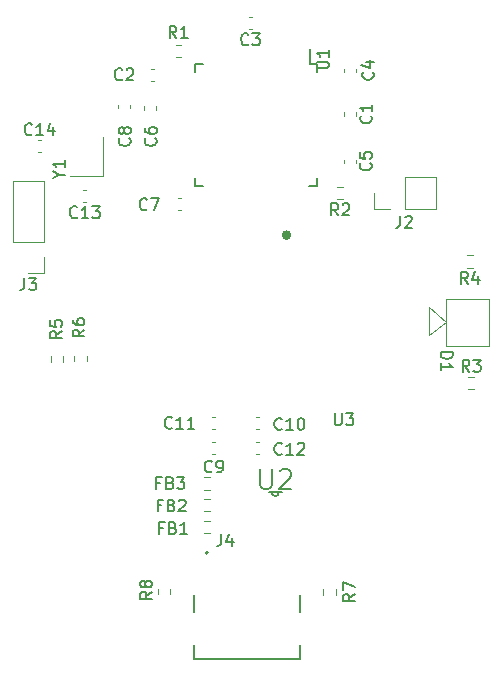
<source format=gbr>
%TF.GenerationSoftware,KiCad,Pcbnew,6.0.7-f9a2dced07~116~ubuntu20.04.1*%
%TF.CreationDate,2022-10-10T21:45:52+02:00*%
%TF.ProjectId,ploopy-nano,706c6f6f-7079-42d6-9e61-6e6f2e6b6963,rev?*%
%TF.SameCoordinates,Original*%
%TF.FileFunction,Legend,Top*%
%TF.FilePolarity,Positive*%
%FSLAX46Y46*%
G04 Gerber Fmt 4.6, Leading zero omitted, Abs format (unit mm)*
G04 Created by KiCad (PCBNEW 6.0.7-f9a2dced07~116~ubuntu20.04.1) date 2022-10-10 21:45:52*
%MOMM*%
%LPD*%
G01*
G04 APERTURE LIST*
%ADD10C,0.150000*%
%ADD11C,0.120000*%
%ADD12C,0.127000*%
%ADD13C,0.200000*%
%ADD14C,0.152400*%
%ADD15C,0.400000*%
G04 APERTURE END LIST*
D10*
%TO.C,C11*%
X141757142Y-106357142D02*
X141709523Y-106404761D01*
X141566666Y-106452380D01*
X141471428Y-106452380D01*
X141328571Y-106404761D01*
X141233333Y-106309523D01*
X141185714Y-106214285D01*
X141138095Y-106023809D01*
X141138095Y-105880952D01*
X141185714Y-105690476D01*
X141233333Y-105595238D01*
X141328571Y-105500000D01*
X141471428Y-105452380D01*
X141566666Y-105452380D01*
X141709523Y-105500000D01*
X141757142Y-105547619D01*
X142709523Y-106452380D02*
X142138095Y-106452380D01*
X142423809Y-106452380D02*
X142423809Y-105452380D01*
X142328571Y-105595238D01*
X142233333Y-105690476D01*
X142138095Y-105738095D01*
X143661904Y-106452380D02*
X143090476Y-106452380D01*
X143376190Y-106452380D02*
X143376190Y-105452380D01*
X143280952Y-105595238D01*
X143185714Y-105690476D01*
X143090476Y-105738095D01*
%TO.C,C1*%
X158587142Y-79966666D02*
X158634761Y-80014285D01*
X158682380Y-80157142D01*
X158682380Y-80252380D01*
X158634761Y-80395238D01*
X158539523Y-80490476D01*
X158444285Y-80538095D01*
X158253809Y-80585714D01*
X158110952Y-80585714D01*
X157920476Y-80538095D01*
X157825238Y-80490476D01*
X157730000Y-80395238D01*
X157682380Y-80252380D01*
X157682380Y-80157142D01*
X157730000Y-80014285D01*
X157777619Y-79966666D01*
X158682380Y-79014285D02*
X158682380Y-79585714D01*
X158682380Y-79300000D02*
X157682380Y-79300000D01*
X157825238Y-79395238D01*
X157920476Y-79490476D01*
X157968095Y-79585714D01*
%TO.C,R4*%
X166808333Y-94182380D02*
X166475000Y-93706190D01*
X166236904Y-94182380D02*
X166236904Y-93182380D01*
X166617857Y-93182380D01*
X166713095Y-93230000D01*
X166760714Y-93277619D01*
X166808333Y-93372857D01*
X166808333Y-93515714D01*
X166760714Y-93610952D01*
X166713095Y-93658571D01*
X166617857Y-93706190D01*
X166236904Y-93706190D01*
X167665476Y-93515714D02*
X167665476Y-94182380D01*
X167427380Y-93134761D02*
X167189285Y-93849047D01*
X167808333Y-93849047D01*
%TO.C,J2*%
X161066666Y-88452380D02*
X161066666Y-89166666D01*
X161019047Y-89309523D01*
X160923809Y-89404761D01*
X160780952Y-89452380D01*
X160685714Y-89452380D01*
X161495238Y-88547619D02*
X161542857Y-88500000D01*
X161638095Y-88452380D01*
X161876190Y-88452380D01*
X161971428Y-88500000D01*
X162019047Y-88547619D01*
X162066666Y-88642857D01*
X162066666Y-88738095D01*
X162019047Y-88880952D01*
X161447619Y-89452380D01*
X162066666Y-89452380D01*
%TO.C,J4*%
X145941666Y-115379880D02*
X145941666Y-116094166D01*
X145894047Y-116237023D01*
X145798809Y-116332261D01*
X145655952Y-116379880D01*
X145560714Y-116379880D01*
X146846428Y-115713214D02*
X146846428Y-116379880D01*
X146608333Y-115332261D02*
X146370238Y-116046547D01*
X146989285Y-116046547D01*
%TO.C,R5*%
X132452380Y-98191666D02*
X131976190Y-98525000D01*
X132452380Y-98763095D02*
X131452380Y-98763095D01*
X131452380Y-98382142D01*
X131500000Y-98286904D01*
X131547619Y-98239285D01*
X131642857Y-98191666D01*
X131785714Y-98191666D01*
X131880952Y-98239285D01*
X131928571Y-98286904D01*
X131976190Y-98382142D01*
X131976190Y-98763095D01*
X131452380Y-97286904D02*
X131452380Y-97763095D01*
X131928571Y-97810714D01*
X131880952Y-97763095D01*
X131833333Y-97667857D01*
X131833333Y-97429761D01*
X131880952Y-97334523D01*
X131928571Y-97286904D01*
X132023809Y-97239285D01*
X132261904Y-97239285D01*
X132357142Y-97286904D01*
X132404761Y-97334523D01*
X132452380Y-97429761D01*
X132452380Y-97667857D01*
X132404761Y-97763095D01*
X132357142Y-97810714D01*
%TO.C,U2*%
X149250404Y-109901853D02*
X149250404Y-111229548D01*
X149328504Y-111385747D01*
X149406604Y-111463847D01*
X149562803Y-111541947D01*
X149875202Y-111541947D01*
X150031401Y-111463847D01*
X150109501Y-111385747D01*
X150187601Y-111229548D01*
X150187601Y-109901853D01*
X150890498Y-110058052D02*
X150968598Y-109979953D01*
X151124797Y-109901853D01*
X151515296Y-109901853D01*
X151671495Y-109979953D01*
X151749595Y-110058052D01*
X151827695Y-110214252D01*
X151827695Y-110370451D01*
X151749595Y-110604750D01*
X150812398Y-111541947D01*
X151827695Y-111541947D01*
%TO.C,C7*%
X139633333Y-87857142D02*
X139585714Y-87904761D01*
X139442857Y-87952380D01*
X139347619Y-87952380D01*
X139204761Y-87904761D01*
X139109523Y-87809523D01*
X139061904Y-87714285D01*
X139014285Y-87523809D01*
X139014285Y-87380952D01*
X139061904Y-87190476D01*
X139109523Y-87095238D01*
X139204761Y-87000000D01*
X139347619Y-86952380D01*
X139442857Y-86952380D01*
X139585714Y-87000000D01*
X139633333Y-87047619D01*
X139966666Y-86952380D02*
X140633333Y-86952380D01*
X140204761Y-87952380D01*
%TO.C,C4*%
X158757142Y-76266666D02*
X158804761Y-76314285D01*
X158852380Y-76457142D01*
X158852380Y-76552380D01*
X158804761Y-76695238D01*
X158709523Y-76790476D01*
X158614285Y-76838095D01*
X158423809Y-76885714D01*
X158280952Y-76885714D01*
X158090476Y-76838095D01*
X157995238Y-76790476D01*
X157900000Y-76695238D01*
X157852380Y-76552380D01*
X157852380Y-76457142D01*
X157900000Y-76314285D01*
X157947619Y-76266666D01*
X158185714Y-75409523D02*
X158852380Y-75409523D01*
X157804761Y-75647619D02*
X158519047Y-75885714D01*
X158519047Y-75266666D01*
%TO.C,C13*%
X133736142Y-88528142D02*
X133688523Y-88575761D01*
X133545666Y-88623380D01*
X133450428Y-88623380D01*
X133307571Y-88575761D01*
X133212333Y-88480523D01*
X133164714Y-88385285D01*
X133117095Y-88194809D01*
X133117095Y-88051952D01*
X133164714Y-87861476D01*
X133212333Y-87766238D01*
X133307571Y-87671000D01*
X133450428Y-87623380D01*
X133545666Y-87623380D01*
X133688523Y-87671000D01*
X133736142Y-87718619D01*
X134688523Y-88623380D02*
X134117095Y-88623380D01*
X134402809Y-88623380D02*
X134402809Y-87623380D01*
X134307571Y-87766238D01*
X134212333Y-87861476D01*
X134117095Y-87909095D01*
X135021857Y-87623380D02*
X135640904Y-87623380D01*
X135307571Y-88004333D01*
X135450428Y-88004333D01*
X135545666Y-88051952D01*
X135593285Y-88099571D01*
X135640904Y-88194809D01*
X135640904Y-88432904D01*
X135593285Y-88528142D01*
X135545666Y-88575761D01*
X135450428Y-88623380D01*
X135164714Y-88623380D01*
X135069476Y-88575761D01*
X135021857Y-88528142D01*
%TO.C,R7*%
X157252380Y-120466666D02*
X156776190Y-120800000D01*
X157252380Y-121038095D02*
X156252380Y-121038095D01*
X156252380Y-120657142D01*
X156300000Y-120561904D01*
X156347619Y-120514285D01*
X156442857Y-120466666D01*
X156585714Y-120466666D01*
X156680952Y-120514285D01*
X156728571Y-120561904D01*
X156776190Y-120657142D01*
X156776190Y-121038095D01*
X156252380Y-120133333D02*
X156252380Y-119466666D01*
X157252380Y-119895238D01*
%TO.C,R6*%
X134352380Y-98066666D02*
X133876190Y-98400000D01*
X134352380Y-98638095D02*
X133352380Y-98638095D01*
X133352380Y-98257142D01*
X133400000Y-98161904D01*
X133447619Y-98114285D01*
X133542857Y-98066666D01*
X133685714Y-98066666D01*
X133780952Y-98114285D01*
X133828571Y-98161904D01*
X133876190Y-98257142D01*
X133876190Y-98638095D01*
X133352380Y-97209523D02*
X133352380Y-97400000D01*
X133400000Y-97495238D01*
X133447619Y-97542857D01*
X133590476Y-97638095D01*
X133780952Y-97685714D01*
X134161904Y-97685714D01*
X134257142Y-97638095D01*
X134304761Y-97590476D01*
X134352380Y-97495238D01*
X134352380Y-97304761D01*
X134304761Y-97209523D01*
X134257142Y-97161904D01*
X134161904Y-97114285D01*
X133923809Y-97114285D01*
X133828571Y-97161904D01*
X133780952Y-97209523D01*
X133733333Y-97304761D01*
X133733333Y-97495238D01*
X133780952Y-97590476D01*
X133828571Y-97638095D01*
X133923809Y-97685714D01*
%TO.C,FB2*%
X140866666Y-112928571D02*
X140533333Y-112928571D01*
X140533333Y-113452380D02*
X140533333Y-112452380D01*
X141009523Y-112452380D01*
X141723809Y-112928571D02*
X141866666Y-112976190D01*
X141914285Y-113023809D01*
X141961904Y-113119047D01*
X141961904Y-113261904D01*
X141914285Y-113357142D01*
X141866666Y-113404761D01*
X141771428Y-113452380D01*
X141390476Y-113452380D01*
X141390476Y-112452380D01*
X141723809Y-112452380D01*
X141819047Y-112500000D01*
X141866666Y-112547619D01*
X141914285Y-112642857D01*
X141914285Y-112738095D01*
X141866666Y-112833333D01*
X141819047Y-112880952D01*
X141723809Y-112928571D01*
X141390476Y-112928571D01*
X142342857Y-112547619D02*
X142390476Y-112500000D01*
X142485714Y-112452380D01*
X142723809Y-112452380D01*
X142819047Y-112500000D01*
X142866666Y-112547619D01*
X142914285Y-112642857D01*
X142914285Y-112738095D01*
X142866666Y-112880952D01*
X142295238Y-113452380D01*
X142914285Y-113452380D01*
%TO.C,C9*%
X145133333Y-110057142D02*
X145085714Y-110104761D01*
X144942857Y-110152380D01*
X144847619Y-110152380D01*
X144704761Y-110104761D01*
X144609523Y-110009523D01*
X144561904Y-109914285D01*
X144514285Y-109723809D01*
X144514285Y-109580952D01*
X144561904Y-109390476D01*
X144609523Y-109295238D01*
X144704761Y-109200000D01*
X144847619Y-109152380D01*
X144942857Y-109152380D01*
X145085714Y-109200000D01*
X145133333Y-109247619D01*
X145609523Y-110152380D02*
X145800000Y-110152380D01*
X145895238Y-110104761D01*
X145942857Y-110057142D01*
X146038095Y-109914285D01*
X146085714Y-109723809D01*
X146085714Y-109342857D01*
X146038095Y-109247619D01*
X145990476Y-109200000D01*
X145895238Y-109152380D01*
X145704761Y-109152380D01*
X145609523Y-109200000D01*
X145561904Y-109247619D01*
X145514285Y-109342857D01*
X145514285Y-109580952D01*
X145561904Y-109676190D01*
X145609523Y-109723809D01*
X145704761Y-109771428D01*
X145895238Y-109771428D01*
X145990476Y-109723809D01*
X146038095Y-109676190D01*
X146085714Y-109580952D01*
%TO.C,R2*%
X155833333Y-88382380D02*
X155500000Y-87906190D01*
X155261904Y-88382380D02*
X155261904Y-87382380D01*
X155642857Y-87382380D01*
X155738095Y-87430000D01*
X155785714Y-87477619D01*
X155833333Y-87572857D01*
X155833333Y-87715714D01*
X155785714Y-87810952D01*
X155738095Y-87858571D01*
X155642857Y-87906190D01*
X155261904Y-87906190D01*
X156214285Y-87477619D02*
X156261904Y-87430000D01*
X156357142Y-87382380D01*
X156595238Y-87382380D01*
X156690476Y-87430000D01*
X156738095Y-87477619D01*
X156785714Y-87572857D01*
X156785714Y-87668095D01*
X156738095Y-87810952D01*
X156166666Y-88382380D01*
X156785714Y-88382380D01*
%TO.C,J3*%
X129266666Y-93707380D02*
X129266666Y-94421666D01*
X129219047Y-94564523D01*
X129123809Y-94659761D01*
X128980952Y-94707380D01*
X128885714Y-94707380D01*
X129647619Y-93707380D02*
X130266666Y-93707380D01*
X129933333Y-94088333D01*
X130076190Y-94088333D01*
X130171428Y-94135952D01*
X130219047Y-94183571D01*
X130266666Y-94278809D01*
X130266666Y-94516904D01*
X130219047Y-94612142D01*
X130171428Y-94659761D01*
X130076190Y-94707380D01*
X129790476Y-94707380D01*
X129695238Y-94659761D01*
X129647619Y-94612142D01*
%TO.C,C6*%
X140357142Y-81866666D02*
X140404761Y-81914285D01*
X140452380Y-82057142D01*
X140452380Y-82152380D01*
X140404761Y-82295238D01*
X140309523Y-82390476D01*
X140214285Y-82438095D01*
X140023809Y-82485714D01*
X139880952Y-82485714D01*
X139690476Y-82438095D01*
X139595238Y-82390476D01*
X139500000Y-82295238D01*
X139452380Y-82152380D01*
X139452380Y-82057142D01*
X139500000Y-81914285D01*
X139547619Y-81866666D01*
X139452380Y-81009523D02*
X139452380Y-81200000D01*
X139500000Y-81295238D01*
X139547619Y-81342857D01*
X139690476Y-81438095D01*
X139880952Y-81485714D01*
X140261904Y-81485714D01*
X140357142Y-81438095D01*
X140404761Y-81390476D01*
X140452380Y-81295238D01*
X140452380Y-81104761D01*
X140404761Y-81009523D01*
X140357142Y-80961904D01*
X140261904Y-80914285D01*
X140023809Y-80914285D01*
X139928571Y-80961904D01*
X139880952Y-81009523D01*
X139833333Y-81104761D01*
X139833333Y-81295238D01*
X139880952Y-81390476D01*
X139928571Y-81438095D01*
X140023809Y-81485714D01*
%TO.C,C10*%
X151057142Y-106457142D02*
X151009523Y-106504761D01*
X150866666Y-106552380D01*
X150771428Y-106552380D01*
X150628571Y-106504761D01*
X150533333Y-106409523D01*
X150485714Y-106314285D01*
X150438095Y-106123809D01*
X150438095Y-105980952D01*
X150485714Y-105790476D01*
X150533333Y-105695238D01*
X150628571Y-105600000D01*
X150771428Y-105552380D01*
X150866666Y-105552380D01*
X151009523Y-105600000D01*
X151057142Y-105647619D01*
X152009523Y-106552380D02*
X151438095Y-106552380D01*
X151723809Y-106552380D02*
X151723809Y-105552380D01*
X151628571Y-105695238D01*
X151533333Y-105790476D01*
X151438095Y-105838095D01*
X152628571Y-105552380D02*
X152723809Y-105552380D01*
X152819047Y-105600000D01*
X152866666Y-105647619D01*
X152914285Y-105742857D01*
X152961904Y-105933333D01*
X152961904Y-106171428D01*
X152914285Y-106361904D01*
X152866666Y-106457142D01*
X152819047Y-106504761D01*
X152723809Y-106552380D01*
X152628571Y-106552380D01*
X152533333Y-106504761D01*
X152485714Y-106457142D01*
X152438095Y-106361904D01*
X152390476Y-106171428D01*
X152390476Y-105933333D01*
X152438095Y-105742857D01*
X152485714Y-105647619D01*
X152533333Y-105600000D01*
X152628571Y-105552380D01*
%TO.C,U3*%
X155549182Y-105151955D02*
X155549182Y-105963091D01*
X155596896Y-106058519D01*
X155644610Y-106106233D01*
X155740038Y-106153947D01*
X155930893Y-106153947D01*
X156026321Y-106106233D01*
X156074035Y-106058519D01*
X156121749Y-105963091D01*
X156121749Y-105151955D01*
X156503460Y-105151955D02*
X157123741Y-105151955D01*
X156789744Y-105533666D01*
X156932885Y-105533666D01*
X157028313Y-105581380D01*
X157076027Y-105629094D01*
X157123741Y-105724521D01*
X157123741Y-105963091D01*
X157076027Y-106058519D01*
X157028313Y-106106233D01*
X156932885Y-106153947D01*
X156646602Y-106153947D01*
X156551174Y-106106233D01*
X156503460Y-106058519D01*
%TO.C,R8*%
X140052380Y-120266666D02*
X139576190Y-120600000D01*
X140052380Y-120838095D02*
X139052380Y-120838095D01*
X139052380Y-120457142D01*
X139100000Y-120361904D01*
X139147619Y-120314285D01*
X139242857Y-120266666D01*
X139385714Y-120266666D01*
X139480952Y-120314285D01*
X139528571Y-120361904D01*
X139576190Y-120457142D01*
X139576190Y-120838095D01*
X139480952Y-119695238D02*
X139433333Y-119790476D01*
X139385714Y-119838095D01*
X139290476Y-119885714D01*
X139242857Y-119885714D01*
X139147619Y-119838095D01*
X139100000Y-119790476D01*
X139052380Y-119695238D01*
X139052380Y-119504761D01*
X139100000Y-119409523D01*
X139147619Y-119361904D01*
X139242857Y-119314285D01*
X139290476Y-119314285D01*
X139385714Y-119361904D01*
X139433333Y-119409523D01*
X139480952Y-119504761D01*
X139480952Y-119695238D01*
X139528571Y-119790476D01*
X139576190Y-119838095D01*
X139671428Y-119885714D01*
X139861904Y-119885714D01*
X139957142Y-119838095D01*
X140004761Y-119790476D01*
X140052380Y-119695238D01*
X140052380Y-119504761D01*
X140004761Y-119409523D01*
X139957142Y-119361904D01*
X139861904Y-119314285D01*
X139671428Y-119314285D01*
X139576190Y-119361904D01*
X139528571Y-119409523D01*
X139480952Y-119504761D01*
%TO.C,FB1*%
X140991666Y-114828571D02*
X140658333Y-114828571D01*
X140658333Y-115352380D02*
X140658333Y-114352380D01*
X141134523Y-114352380D01*
X141848809Y-114828571D02*
X141991666Y-114876190D01*
X142039285Y-114923809D01*
X142086904Y-115019047D01*
X142086904Y-115161904D01*
X142039285Y-115257142D01*
X141991666Y-115304761D01*
X141896428Y-115352380D01*
X141515476Y-115352380D01*
X141515476Y-114352380D01*
X141848809Y-114352380D01*
X141944047Y-114400000D01*
X141991666Y-114447619D01*
X142039285Y-114542857D01*
X142039285Y-114638095D01*
X141991666Y-114733333D01*
X141944047Y-114780952D01*
X141848809Y-114828571D01*
X141515476Y-114828571D01*
X143039285Y-115352380D02*
X142467857Y-115352380D01*
X142753571Y-115352380D02*
X142753571Y-114352380D01*
X142658333Y-114495238D01*
X142563095Y-114590476D01*
X142467857Y-114638095D01*
%TO.C,U1*%
X154011380Y-75945904D02*
X154820904Y-75945904D01*
X154916142Y-75898285D01*
X154963761Y-75850666D01*
X155011380Y-75755428D01*
X155011380Y-75564952D01*
X154963761Y-75469714D01*
X154916142Y-75422095D01*
X154820904Y-75374476D01*
X154011380Y-75374476D01*
X155011380Y-74374476D02*
X155011380Y-74945904D01*
X155011380Y-74660190D02*
X154011380Y-74660190D01*
X154154238Y-74755428D01*
X154249476Y-74850666D01*
X154297095Y-74945904D01*
%TO.C,C14*%
X129900142Y-81510142D02*
X129852523Y-81557761D01*
X129709666Y-81605380D01*
X129614428Y-81605380D01*
X129471571Y-81557761D01*
X129376333Y-81462523D01*
X129328714Y-81367285D01*
X129281095Y-81176809D01*
X129281095Y-81033952D01*
X129328714Y-80843476D01*
X129376333Y-80748238D01*
X129471571Y-80653000D01*
X129614428Y-80605380D01*
X129709666Y-80605380D01*
X129852523Y-80653000D01*
X129900142Y-80700619D01*
X130852523Y-81605380D02*
X130281095Y-81605380D01*
X130566809Y-81605380D02*
X130566809Y-80605380D01*
X130471571Y-80748238D01*
X130376333Y-80843476D01*
X130281095Y-80891095D01*
X131709666Y-80938714D02*
X131709666Y-81605380D01*
X131471571Y-80557761D02*
X131233476Y-81272047D01*
X131852523Y-81272047D01*
%TO.C,C8*%
X138157142Y-81866666D02*
X138204761Y-81914285D01*
X138252380Y-82057142D01*
X138252380Y-82152380D01*
X138204761Y-82295238D01*
X138109523Y-82390476D01*
X138014285Y-82438095D01*
X137823809Y-82485714D01*
X137680952Y-82485714D01*
X137490476Y-82438095D01*
X137395238Y-82390476D01*
X137300000Y-82295238D01*
X137252380Y-82152380D01*
X137252380Y-82057142D01*
X137300000Y-81914285D01*
X137347619Y-81866666D01*
X137680952Y-81295238D02*
X137633333Y-81390476D01*
X137585714Y-81438095D01*
X137490476Y-81485714D01*
X137442857Y-81485714D01*
X137347619Y-81438095D01*
X137300000Y-81390476D01*
X137252380Y-81295238D01*
X137252380Y-81104761D01*
X137300000Y-81009523D01*
X137347619Y-80961904D01*
X137442857Y-80914285D01*
X137490476Y-80914285D01*
X137585714Y-80961904D01*
X137633333Y-81009523D01*
X137680952Y-81104761D01*
X137680952Y-81295238D01*
X137728571Y-81390476D01*
X137776190Y-81438095D01*
X137871428Y-81485714D01*
X138061904Y-81485714D01*
X138157142Y-81438095D01*
X138204761Y-81390476D01*
X138252380Y-81295238D01*
X138252380Y-81104761D01*
X138204761Y-81009523D01*
X138157142Y-80961904D01*
X138061904Y-80914285D01*
X137871428Y-80914285D01*
X137776190Y-80961904D01*
X137728571Y-81009523D01*
X137680952Y-81104761D01*
%TO.C,FB3*%
X140766666Y-111028571D02*
X140433333Y-111028571D01*
X140433333Y-111552380D02*
X140433333Y-110552380D01*
X140909523Y-110552380D01*
X141623809Y-111028571D02*
X141766666Y-111076190D01*
X141814285Y-111123809D01*
X141861904Y-111219047D01*
X141861904Y-111361904D01*
X141814285Y-111457142D01*
X141766666Y-111504761D01*
X141671428Y-111552380D01*
X141290476Y-111552380D01*
X141290476Y-110552380D01*
X141623809Y-110552380D01*
X141719047Y-110600000D01*
X141766666Y-110647619D01*
X141814285Y-110742857D01*
X141814285Y-110838095D01*
X141766666Y-110933333D01*
X141719047Y-110980952D01*
X141623809Y-111028571D01*
X141290476Y-111028571D01*
X142195238Y-110552380D02*
X142814285Y-110552380D01*
X142480952Y-110933333D01*
X142623809Y-110933333D01*
X142719047Y-110980952D01*
X142766666Y-111028571D01*
X142814285Y-111123809D01*
X142814285Y-111361904D01*
X142766666Y-111457142D01*
X142719047Y-111504761D01*
X142623809Y-111552380D01*
X142338095Y-111552380D01*
X142242857Y-111504761D01*
X142195238Y-111457142D01*
%TO.C,D1*%
X164520619Y-99972904D02*
X165520619Y-99972904D01*
X165520619Y-100211000D01*
X165473000Y-100353857D01*
X165377761Y-100449095D01*
X165282523Y-100496714D01*
X165092047Y-100544333D01*
X164949190Y-100544333D01*
X164758714Y-100496714D01*
X164663476Y-100449095D01*
X164568238Y-100353857D01*
X164520619Y-100211000D01*
X164520619Y-99972904D01*
X164520619Y-101496714D02*
X164520619Y-100925285D01*
X164520619Y-101211000D02*
X165520619Y-101211000D01*
X165377761Y-101115761D01*
X165282523Y-101020523D01*
X165234904Y-100925285D01*
%TO.C,C2*%
X137533333Y-76857142D02*
X137485714Y-76904761D01*
X137342857Y-76952380D01*
X137247619Y-76952380D01*
X137104761Y-76904761D01*
X137009523Y-76809523D01*
X136961904Y-76714285D01*
X136914285Y-76523809D01*
X136914285Y-76380952D01*
X136961904Y-76190476D01*
X137009523Y-76095238D01*
X137104761Y-76000000D01*
X137247619Y-75952380D01*
X137342857Y-75952380D01*
X137485714Y-76000000D01*
X137533333Y-76047619D01*
X137914285Y-76047619D02*
X137961904Y-76000000D01*
X138057142Y-75952380D01*
X138295238Y-75952380D01*
X138390476Y-76000000D01*
X138438095Y-76047619D01*
X138485714Y-76142857D01*
X138485714Y-76238095D01*
X138438095Y-76380952D01*
X137866666Y-76952380D01*
X138485714Y-76952380D01*
%TO.C,C5*%
X158557142Y-83966666D02*
X158604761Y-84014285D01*
X158652380Y-84157142D01*
X158652380Y-84252380D01*
X158604761Y-84395238D01*
X158509523Y-84490476D01*
X158414285Y-84538095D01*
X158223809Y-84585714D01*
X158080952Y-84585714D01*
X157890476Y-84538095D01*
X157795238Y-84490476D01*
X157700000Y-84395238D01*
X157652380Y-84252380D01*
X157652380Y-84157142D01*
X157700000Y-84014285D01*
X157747619Y-83966666D01*
X157652380Y-83061904D02*
X157652380Y-83538095D01*
X158128571Y-83585714D01*
X158080952Y-83538095D01*
X158033333Y-83442857D01*
X158033333Y-83204761D01*
X158080952Y-83109523D01*
X158128571Y-83061904D01*
X158223809Y-83014285D01*
X158461904Y-83014285D01*
X158557142Y-83061904D01*
X158604761Y-83109523D01*
X158652380Y-83204761D01*
X158652380Y-83442857D01*
X158604761Y-83538095D01*
X158557142Y-83585714D01*
%TO.C,C3*%
X148233333Y-73887142D02*
X148185714Y-73934761D01*
X148042857Y-73982380D01*
X147947619Y-73982380D01*
X147804761Y-73934761D01*
X147709523Y-73839523D01*
X147661904Y-73744285D01*
X147614285Y-73553809D01*
X147614285Y-73410952D01*
X147661904Y-73220476D01*
X147709523Y-73125238D01*
X147804761Y-73030000D01*
X147947619Y-72982380D01*
X148042857Y-72982380D01*
X148185714Y-73030000D01*
X148233333Y-73077619D01*
X148566666Y-72982380D02*
X149185714Y-72982380D01*
X148852380Y-73363333D01*
X148995238Y-73363333D01*
X149090476Y-73410952D01*
X149138095Y-73458571D01*
X149185714Y-73553809D01*
X149185714Y-73791904D01*
X149138095Y-73887142D01*
X149090476Y-73934761D01*
X148995238Y-73982380D01*
X148709523Y-73982380D01*
X148614285Y-73934761D01*
X148566666Y-73887142D01*
%TO.C,R1*%
X142133333Y-73352380D02*
X141800000Y-72876190D01*
X141561904Y-73352380D02*
X141561904Y-72352380D01*
X141942857Y-72352380D01*
X142038095Y-72400000D01*
X142085714Y-72447619D01*
X142133333Y-72542857D01*
X142133333Y-72685714D01*
X142085714Y-72780952D01*
X142038095Y-72828571D01*
X141942857Y-72876190D01*
X141561904Y-72876190D01*
X143085714Y-73352380D02*
X142514285Y-73352380D01*
X142800000Y-73352380D02*
X142800000Y-72352380D01*
X142704761Y-72495238D01*
X142609523Y-72590476D01*
X142514285Y-72638095D01*
%TO.C,C12*%
X151057142Y-108557142D02*
X151009523Y-108604761D01*
X150866666Y-108652380D01*
X150771428Y-108652380D01*
X150628571Y-108604761D01*
X150533333Y-108509523D01*
X150485714Y-108414285D01*
X150438095Y-108223809D01*
X150438095Y-108080952D01*
X150485714Y-107890476D01*
X150533333Y-107795238D01*
X150628571Y-107700000D01*
X150771428Y-107652380D01*
X150866666Y-107652380D01*
X151009523Y-107700000D01*
X151057142Y-107747619D01*
X152009523Y-108652380D02*
X151438095Y-108652380D01*
X151723809Y-108652380D02*
X151723809Y-107652380D01*
X151628571Y-107795238D01*
X151533333Y-107890476D01*
X151438095Y-107938095D01*
X152390476Y-107747619D02*
X152438095Y-107700000D01*
X152533333Y-107652380D01*
X152771428Y-107652380D01*
X152866666Y-107700000D01*
X152914285Y-107747619D01*
X152961904Y-107842857D01*
X152961904Y-107938095D01*
X152914285Y-108080952D01*
X152342857Y-108652380D01*
X152961904Y-108652380D01*
%TO.C,R3*%
X166933333Y-101622380D02*
X166600000Y-101146190D01*
X166361904Y-101622380D02*
X166361904Y-100622380D01*
X166742857Y-100622380D01*
X166838095Y-100670000D01*
X166885714Y-100717619D01*
X166933333Y-100812857D01*
X166933333Y-100955714D01*
X166885714Y-101050952D01*
X166838095Y-101098571D01*
X166742857Y-101146190D01*
X166361904Y-101146190D01*
X167266666Y-100622380D02*
X167885714Y-100622380D01*
X167552380Y-101003333D01*
X167695238Y-101003333D01*
X167790476Y-101050952D01*
X167838095Y-101098571D01*
X167885714Y-101193809D01*
X167885714Y-101431904D01*
X167838095Y-101527142D01*
X167790476Y-101574761D01*
X167695238Y-101622380D01*
X167409523Y-101622380D01*
X167314285Y-101574761D01*
X167266666Y-101527142D01*
%TO.C,Y1*%
X132183190Y-84931190D02*
X132659380Y-84931190D01*
X131659380Y-85264523D02*
X132183190Y-84931190D01*
X131659380Y-84597857D01*
X132659380Y-83740714D02*
X132659380Y-84312142D01*
X132659380Y-84026428D02*
X131659380Y-84026428D01*
X131802238Y-84121666D01*
X131897476Y-84216904D01*
X131945095Y-84312142D01*
D11*
%TO.C,C11*%
X145159420Y-105490000D02*
X145440580Y-105490000D01*
X145159420Y-106510000D02*
X145440580Y-106510000D01*
%TO.C,C1*%
X157310000Y-79659420D02*
X157310000Y-79940580D01*
X156290000Y-79659420D02*
X156290000Y-79940580D01*
%TO.C,R4*%
X167212258Y-92822500D02*
X166737742Y-92822500D01*
X167212258Y-91777500D02*
X166737742Y-91777500D01*
%TO.C,J2*%
X158895000Y-87830000D02*
X158895000Y-86500000D01*
X161495000Y-87830000D02*
X164095000Y-87830000D01*
X160225000Y-87830000D02*
X158895000Y-87830000D01*
X161495000Y-87830000D02*
X161495000Y-85170000D01*
X164095000Y-87830000D02*
X164095000Y-85170000D01*
X161495000Y-85170000D02*
X164095000Y-85170000D01*
D12*
%TO.C,J4*%
X152570000Y-124732500D02*
X152570000Y-125962500D01*
X152570000Y-125962500D02*
X143630000Y-125962500D01*
X143630000Y-120552500D02*
X143630000Y-121992500D01*
X143630000Y-125962500D02*
X143630000Y-124732500D01*
X152570000Y-120552500D02*
X152570000Y-121992500D01*
D13*
X144800000Y-116962500D02*
G75*
G03*
X144800000Y-116962500I-100000J0D01*
G01*
D11*
%TO.C,R5*%
X132522500Y-100287742D02*
X132522500Y-100762258D01*
X131477500Y-100287742D02*
X131477500Y-100762258D01*
D14*
%TO.C,U2*%
X151058800Y-111850600D02*
X150804800Y-111850600D01*
X150195200Y-111850600D02*
X149941200Y-111850600D01*
X150804800Y-111850600D02*
X150195200Y-111850600D01*
X150195200Y-111850600D02*
G75*
G03*
X150804800Y-111850600I304800J0D01*
G01*
D11*
%TO.C,C7*%
X142540580Y-86890000D02*
X142259420Y-86890000D01*
X142540580Y-87910000D02*
X142259420Y-87910000D01*
%TO.C,C4*%
X156290000Y-76240580D02*
X156290000Y-75959420D01*
X157310000Y-76240580D02*
X157310000Y-75959420D01*
%TO.C,C13*%
X134519580Y-86231000D02*
X134238420Y-86231000D01*
X134519580Y-87251000D02*
X134238420Y-87251000D01*
%TO.C,R7*%
X155622500Y-120062742D02*
X155622500Y-120537258D01*
X154577500Y-120062742D02*
X154577500Y-120537258D01*
%TO.C,R6*%
X133477500Y-100262742D02*
X133477500Y-100737258D01*
X134522500Y-100262742D02*
X134522500Y-100737258D01*
%TO.C,FB2*%
X144462742Y-113422500D02*
X144937258Y-113422500D01*
X144462742Y-112377500D02*
X144937258Y-112377500D01*
%TO.C,C9*%
X145134420Y-107590000D02*
X145415580Y-107590000D01*
X145134420Y-108610000D02*
X145415580Y-108610000D01*
%TO.C,R2*%
X156237258Y-87022500D02*
X155762742Y-87022500D01*
X156237258Y-85977500D02*
X155762742Y-85977500D01*
%TO.C,J3*%
X130930000Y-85515000D02*
X128270000Y-85515000D01*
X130930000Y-90655000D02*
X130930000Y-85515000D01*
X130930000Y-93255000D02*
X129600000Y-93255000D01*
X128270000Y-90655000D02*
X128270000Y-85515000D01*
X130930000Y-90655000D02*
X128270000Y-90655000D01*
X130930000Y-91925000D02*
X130930000Y-93255000D01*
%TO.C,C6*%
X139390000Y-79159420D02*
X139390000Y-79440580D01*
X140410000Y-79159420D02*
X140410000Y-79440580D01*
%TO.C,C10*%
X149140580Y-105490000D02*
X148859420Y-105490000D01*
X149140580Y-106510000D02*
X148859420Y-106510000D01*
D15*
%TO.C,U3*%
X151662800Y-90058000D02*
G75*
G03*
X151662800Y-90058000I-200000J0D01*
G01*
D11*
%TO.C,R8*%
X141622500Y-119987742D02*
X141622500Y-120462258D01*
X140577500Y-119987742D02*
X140577500Y-120462258D01*
%TO.C,FB1*%
X144487742Y-115322500D02*
X144962258Y-115322500D01*
X144487742Y-114277500D02*
X144962258Y-114277500D01*
D10*
%TO.C,U1*%
X153444000Y-75571600D02*
X153444000Y-74296600D01*
X143669000Y-85921600D02*
X144344000Y-85921600D01*
X154019000Y-75571600D02*
X153444000Y-75571600D01*
X143669000Y-85921600D02*
X143669000Y-85246600D01*
X154019000Y-75571600D02*
X154019000Y-76246600D01*
X143669000Y-75571600D02*
X144344000Y-75571600D01*
X143669000Y-75571600D02*
X143669000Y-76246600D01*
X154019000Y-85921600D02*
X154019000Y-85246600D01*
X154019000Y-85921600D02*
X153344000Y-85921600D01*
D11*
%TO.C,C14*%
X130696580Y-83060000D02*
X130415420Y-83060000D01*
X130696580Y-82040000D02*
X130415420Y-82040000D01*
%TO.C,C8*%
X138210000Y-79059420D02*
X138210000Y-79340580D01*
X137190000Y-79059420D02*
X137190000Y-79340580D01*
%TO.C,FB3*%
X144462742Y-111622500D02*
X144937258Y-111622500D01*
X144462742Y-110577500D02*
X144937258Y-110577500D01*
%TO.C,D1*%
X163500000Y-96150000D02*
X163500000Y-98550000D01*
X165000000Y-97450000D02*
X163500000Y-96150000D01*
X163500000Y-98550000D02*
X165000000Y-97450000D01*
X165000000Y-99450000D02*
X168600000Y-99450000D01*
X168600000Y-99450000D02*
X168600000Y-95450000D01*
X168600000Y-95450000D02*
X165000000Y-95450000D01*
X165000000Y-95450000D02*
X165000000Y-99450000D01*
%TO.C,C2*%
X140240580Y-77010000D02*
X139959420Y-77010000D01*
X140240580Y-75990000D02*
X139959420Y-75990000D01*
%TO.C,C5*%
X157310000Y-83940580D02*
X157310000Y-83659420D01*
X156290000Y-83940580D02*
X156290000Y-83659420D01*
%TO.C,C3*%
X148540580Y-72610000D02*
X148259420Y-72610000D01*
X148540580Y-71590000D02*
X148259420Y-71590000D01*
%TO.C,R1*%
X142537258Y-75022500D02*
X142062742Y-75022500D01*
X142537258Y-73977500D02*
X142062742Y-73977500D01*
%TO.C,C12*%
X149165580Y-107590000D02*
X148884420Y-107590000D01*
X149165580Y-108610000D02*
X148884420Y-108610000D01*
%TO.C,R3*%
X166862742Y-103122500D02*
X167337258Y-103122500D01*
X166862742Y-102077500D02*
X167337258Y-102077500D01*
%TO.C,Y1*%
X135893000Y-85089000D02*
X135893000Y-81789000D01*
X133093000Y-85089000D02*
X135893000Y-85089000D01*
%TD*%
M02*

</source>
